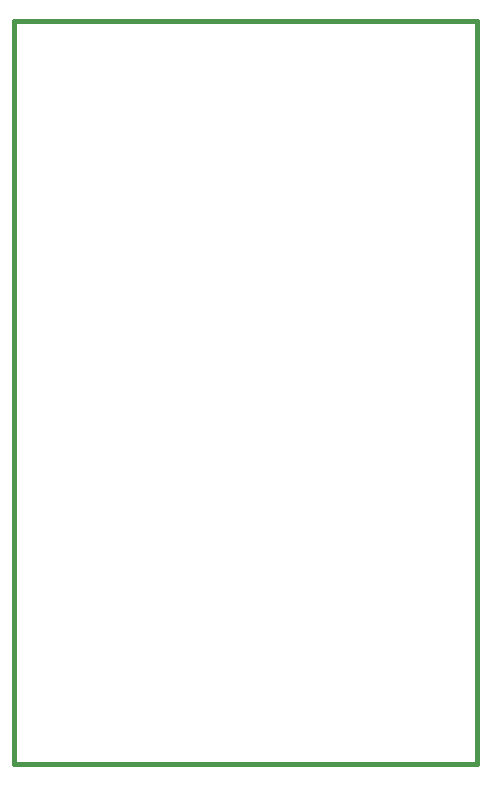
<source format=gm1>
G04 #@! TF.FileFunction,Profile,NP*
%FSLAX46Y46*%
G04 Gerber Fmt 4.6, Leading zero omitted, Abs format (unit mm)*
G04 Created by KiCad (PCBNEW 4.0.2-stable) date Tuesday, August 23, 2016 'PMt' 01:57:14 PM*
%MOMM*%
G01*
G04 APERTURE LIST*
%ADD10C,0.020000*%
%ADD11C,0.381000*%
G04 APERTURE END LIST*
D10*
D11*
X204825600Y-198526400D02*
X204825600Y-205511400D01*
X243992400Y-198526400D02*
X243992400Y-205536800D01*
X204825600Y-142646400D02*
X204876400Y-142697200D01*
X204825600Y-198551800D02*
X204825600Y-142646400D01*
X243967000Y-205536800D02*
X204825600Y-205536800D01*
X243992400Y-142621000D02*
X243992400Y-198551800D01*
X204825600Y-142621000D02*
X243992400Y-142621000D01*
M02*

</source>
